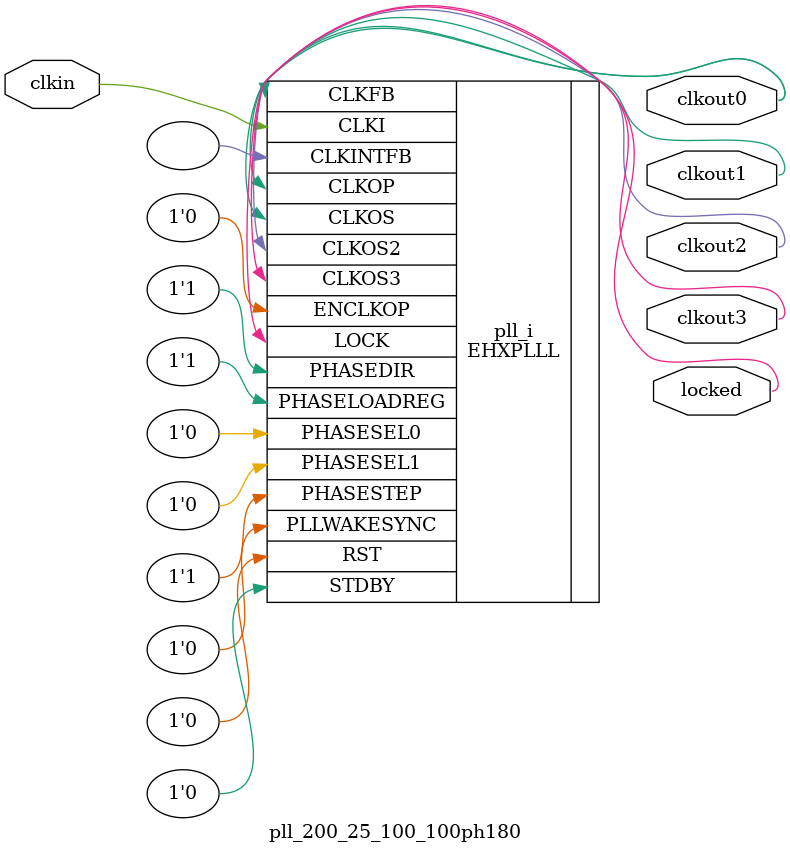
<source format=v>
module pll_200_25_100_100ph180
(
    input clkin, // 25 MHz, 0 deg
    output clkout0, // 200 MHz, 0 deg
    output clkout1, // 25 MHz, 0 deg
    output clkout2, // 100 MHz, 0 deg
    output clkout3, // 100 MHz, 180 deg
    output locked
);
(* FREQUENCY_PIN_CLKI="25" *)
(* FREQUENCY_PIN_CLKOP="200" *)
(* FREQUENCY_PIN_CLKOS="25" *)
(* FREQUENCY_PIN_CLKOS2="100" *)
(* FREQUENCY_PIN_CLKOS3="100" *)
(* ICP_CURRENT="12" *) (* LPF_RESISTOR="8" *) (* MFG_ENABLE_FILTEROPAMP="1" *) (* MFG_GMCREF_SEL="2" *)
EHXPLLL #(
        .PLLRST_ENA("DISABLED"),
        .INTFB_WAKE("DISABLED"),
        .STDBY_ENABLE("DISABLED"),
        .DPHASE_SOURCE("DISABLED"),
        .OUTDIVIDER_MUXA("DIVA"),
        .OUTDIVIDER_MUXB("DIVB"),
        .OUTDIVIDER_MUXC("DIVC"),
        .OUTDIVIDER_MUXD("DIVD"),
        .CLKI_DIV(1),
        .CLKOP_ENABLE("ENABLED"),
        .CLKOP_DIV(3),
        .CLKOP_CPHASE(1),
        .CLKOP_FPHASE(0),
        .CLKOS_ENABLE("ENABLED"),
        .CLKOS_DIV(24),
        .CLKOS_CPHASE(1),
        .CLKOS_FPHASE(0),
        .CLKOS2_ENABLE("ENABLED"),
        .CLKOS2_DIV(6),
        .CLKOS2_CPHASE(1),
        .CLKOS2_FPHASE(0),
        .CLKOS3_ENABLE("ENABLED"),
        .CLKOS3_DIV(6),
        .CLKOS3_CPHASE(4),
        .CLKOS3_FPHASE(0),
        .FEEDBK_PATH("CLKOP"),
        .CLKFB_DIV(8)
    ) pll_i (
        .RST(1'b0),
        .STDBY(1'b0),
        .CLKI(clkin),
        .CLKOP(clkout0),
        .CLKOS(clkout1),
        .CLKOS2(clkout2),
        .CLKOS3(clkout3),
        .CLKFB(clkout0),
        .CLKINTFB(),
        .PHASESEL0(1'b0),
        .PHASESEL1(1'b0),
        .PHASEDIR(1'b1),
        .PHASESTEP(1'b1),
        .PHASELOADREG(1'b1),
        .PLLWAKESYNC(1'b0),
        .ENCLKOP(1'b0),
        .LOCK(locked)
	);
endmodule

</source>
